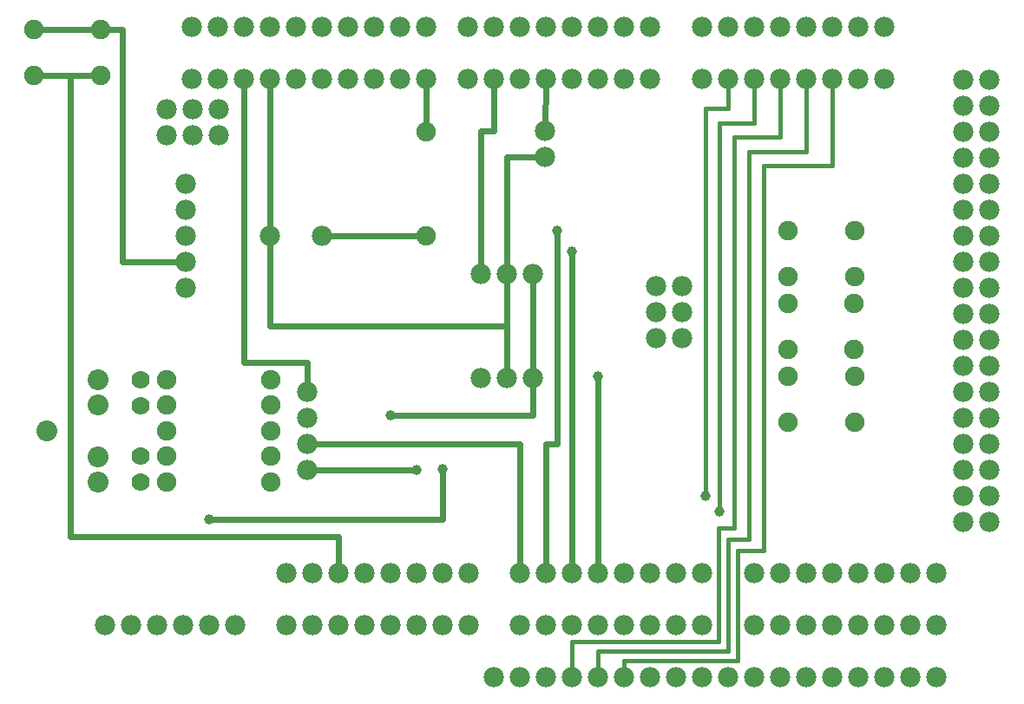
<source format=gbl>
G04 MADE WITH FRITZING*
G04 WWW.FRITZING.ORG*
G04 DOUBLE SIDED*
G04 HOLES PLATED*
G04 CONTOUR ON CENTER OF CONTOUR VECTOR*
%ASAXBY*%
%FSLAX23Y23*%
%MOIN*%
%OFA0B0*%
%SFA1.0B1.0*%
%ADD10C,0.078000*%
%ADD11C,0.080350*%
%ADD12C,0.070000*%
%ADD13C,0.075000*%
%ADD14C,0.039370*%
%ADD15C,0.024000*%
%ADD16C,0.016000*%
%ADD17R,0.001000X0.001000*%
%LNCOPPER0*%
G90*
G70*
G54D10*
X1803Y2601D03*
X1903Y2601D03*
X2003Y2601D03*
X2103Y2601D03*
X2203Y2601D03*
X2303Y2601D03*
X2403Y2601D03*
X2503Y2601D03*
X743Y2600D03*
X843Y2600D03*
X943Y2600D03*
X1043Y2600D03*
X1143Y2600D03*
X1243Y2600D03*
X1343Y2600D03*
X1443Y2600D03*
X1543Y2600D03*
X1643Y2600D03*
X1108Y301D03*
X1208Y301D03*
X1308Y301D03*
X1408Y301D03*
X1508Y301D03*
X1608Y301D03*
X1708Y301D03*
X1808Y301D03*
X2706Y2601D03*
X2806Y2601D03*
X2906Y2601D03*
X3006Y2601D03*
X3106Y2601D03*
X3206Y2601D03*
X3306Y2601D03*
X3406Y2601D03*
X2006Y300D03*
X2106Y300D03*
X2206Y300D03*
X2306Y300D03*
X2406Y300D03*
X2506Y300D03*
X2606Y300D03*
X2706Y300D03*
X2905Y300D03*
X3005Y300D03*
X3105Y300D03*
X3205Y300D03*
X3305Y300D03*
X3405Y300D03*
X3505Y300D03*
X3605Y300D03*
X743Y2400D03*
X843Y2400D03*
X943Y2400D03*
X1043Y2400D03*
X1143Y2400D03*
X1243Y2400D03*
X1343Y2400D03*
X1443Y2400D03*
X1543Y2400D03*
X1643Y2400D03*
X1803Y2401D03*
X1903Y2401D03*
X2003Y2401D03*
X2103Y2401D03*
X2203Y2401D03*
X2303Y2401D03*
X2403Y2401D03*
X2503Y2401D03*
X2905Y501D03*
X3005Y501D03*
X3105Y501D03*
X3205Y501D03*
X3305Y501D03*
X3405Y501D03*
X3505Y501D03*
X3605Y501D03*
X2006Y501D03*
X2106Y501D03*
X2206Y501D03*
X2306Y501D03*
X2406Y501D03*
X2506Y501D03*
X2606Y501D03*
X2706Y501D03*
X2706Y2401D03*
X2806Y2401D03*
X2906Y2401D03*
X3006Y2401D03*
X3106Y2401D03*
X3206Y2401D03*
X3306Y2401D03*
X3406Y2401D03*
X1108Y500D03*
X1208Y500D03*
X1308Y500D03*
X1408Y500D03*
X1508Y500D03*
X1608Y500D03*
X1708Y500D03*
X1808Y500D03*
X3708Y2398D03*
X3708Y2298D03*
X3708Y2198D03*
X3708Y2098D03*
X3708Y1998D03*
X3708Y1898D03*
X3708Y1798D03*
X3708Y1698D03*
X3708Y1598D03*
X3708Y1498D03*
X3708Y1398D03*
X3708Y1298D03*
X3708Y1198D03*
X3708Y1098D03*
X3708Y998D03*
X3708Y898D03*
X3708Y798D03*
X3708Y698D03*
X3708Y2398D03*
X3708Y2298D03*
X3708Y2198D03*
X3708Y2098D03*
X3708Y1998D03*
X3708Y1898D03*
X3708Y1798D03*
X3708Y1698D03*
X3708Y1598D03*
X3708Y1498D03*
X3708Y1398D03*
X3708Y1298D03*
X3708Y1198D03*
X3708Y1098D03*
X3708Y998D03*
X3708Y898D03*
X3708Y798D03*
X3708Y698D03*
X3808Y698D03*
X3808Y798D03*
X3808Y898D03*
X3808Y998D03*
X3808Y1098D03*
X3808Y1198D03*
X3808Y1298D03*
X3808Y1398D03*
X3808Y1498D03*
X3808Y1598D03*
X3808Y1698D03*
X3808Y1798D03*
X3808Y1898D03*
X3808Y1998D03*
X3808Y2098D03*
X3808Y2198D03*
X3808Y2298D03*
X3808Y2398D03*
X647Y2183D03*
X747Y2183D03*
X847Y2183D03*
X647Y2183D03*
X747Y2183D03*
X847Y2183D03*
X847Y2283D03*
X747Y2283D03*
X647Y2283D03*
G54D11*
X187Y1047D03*
X384Y1244D03*
X384Y1146D03*
X384Y949D03*
X384Y851D03*
G54D10*
X2528Y1605D03*
X2528Y1505D03*
X2528Y1405D03*
X2528Y1605D03*
X2528Y1505D03*
X2528Y1405D03*
X2628Y1405D03*
X2628Y1505D03*
X2628Y1605D03*
X720Y1996D03*
X720Y1896D03*
X720Y1796D03*
X720Y1696D03*
X720Y1596D03*
X1905Y101D03*
X2005Y101D03*
X2105Y101D03*
X2205Y101D03*
X2305Y101D03*
X2405Y101D03*
X2505Y101D03*
X2605Y101D03*
X2705Y101D03*
X2805Y101D03*
X2905Y101D03*
X3005Y101D03*
X3105Y101D03*
X3205Y101D03*
X3305Y101D03*
X3405Y101D03*
X3505Y101D03*
X3605Y101D03*
G54D12*
X547Y1244D03*
X547Y1144D03*
X547Y850D03*
X547Y950D03*
G54D13*
X648Y1243D03*
X1048Y1243D03*
X647Y1149D03*
X1047Y1149D03*
X647Y1049D03*
X1047Y1049D03*
X647Y951D03*
X1047Y951D03*
X647Y851D03*
X1047Y851D03*
G54D10*
X1188Y1198D03*
X1188Y1098D03*
X1188Y998D03*
X1188Y898D03*
G54D14*
X2717Y798D03*
X2772Y736D03*
G54D13*
X395Y2413D03*
X139Y2413D03*
X395Y2590D03*
X139Y2590D03*
G54D10*
X1044Y1796D03*
X1244Y1796D03*
G54D13*
X1645Y1796D03*
X1645Y2196D03*
G54D10*
X2102Y2100D03*
X2102Y2200D03*
X1855Y1250D03*
X1955Y1250D03*
X2055Y1250D03*
X1855Y1650D03*
X1955Y1650D03*
X2055Y1650D03*
G54D14*
X1507Y1108D03*
G54D10*
X410Y301D03*
X510Y301D03*
X610Y301D03*
X710Y301D03*
X810Y301D03*
X910Y301D03*
G54D14*
X810Y709D03*
X1707Y901D03*
X1608Y898D03*
G54D13*
X3290Y1081D03*
X3034Y1081D03*
X3290Y1259D03*
X3034Y1259D03*
X3290Y1641D03*
X3034Y1641D03*
X3290Y1818D03*
X3034Y1818D03*
X3289Y1361D03*
X3033Y1361D03*
X3289Y1538D03*
X3033Y1538D03*
G54D14*
X2206Y1737D03*
X2148Y1818D03*
X2306Y1259D03*
G54D15*
X1188Y1310D02*
X943Y1310D01*
D02*
X943Y1310D02*
X943Y2370D01*
D02*
X1188Y1228D02*
X1188Y1310D01*
D02*
X1589Y898D02*
X1218Y898D01*
G54D16*
D02*
X2806Y2376D02*
X2806Y2287D01*
D02*
X2906Y2376D02*
X2906Y2231D01*
D02*
X2205Y237D02*
X2205Y126D01*
D02*
X2769Y237D02*
X2205Y237D01*
D02*
X2769Y674D02*
X2769Y237D01*
D02*
X2829Y674D02*
X2769Y674D01*
D02*
X3006Y2376D02*
X3006Y2176D01*
D02*
X2305Y200D02*
X2305Y126D01*
D02*
X2805Y200D02*
X2305Y200D01*
D02*
X2805Y631D02*
X2805Y200D01*
D02*
X2885Y631D02*
X2805Y631D01*
D02*
X3106Y2376D02*
X3106Y2121D01*
D02*
X2405Y163D02*
X2405Y126D01*
D02*
X2841Y163D02*
X2405Y163D01*
D02*
X2841Y588D02*
X2841Y163D01*
D02*
X2940Y588D02*
X2841Y588D01*
D02*
X3206Y2376D02*
X3206Y2066D01*
G54D15*
D02*
X478Y1696D02*
X478Y2590D01*
D02*
X478Y2590D02*
X424Y2590D01*
D02*
X690Y1696D02*
X478Y1696D01*
D02*
X366Y2590D02*
X168Y2590D01*
D02*
X366Y2413D02*
X168Y2413D01*
D02*
X278Y642D02*
X1308Y642D01*
D02*
X278Y2413D02*
X278Y642D01*
D02*
X366Y2413D02*
X278Y2413D01*
D02*
X1308Y642D02*
X1308Y531D01*
D02*
X1044Y1826D02*
X1043Y2370D01*
D02*
X1643Y2370D02*
X1645Y2225D01*
D02*
X1275Y1796D02*
X1616Y1796D01*
D02*
X1903Y2200D02*
X1855Y2200D01*
D02*
X1855Y2200D02*
X1855Y1680D01*
D02*
X1903Y2370D02*
X1903Y2200D01*
D02*
X1955Y1280D02*
X1955Y1620D01*
D02*
X1044Y1450D02*
X1044Y1766D01*
D02*
X1955Y1450D02*
X1044Y1450D01*
D02*
X1955Y1620D02*
X1955Y1450D01*
D02*
X2055Y1280D02*
X2055Y1620D01*
D02*
X2055Y1108D02*
X2055Y1220D01*
D02*
X1526Y1108D02*
X2055Y1108D01*
D02*
X1955Y2100D02*
X1955Y1680D01*
D02*
X2072Y2100D02*
X1955Y2100D01*
D02*
X2103Y2370D02*
X2102Y2230D01*
D02*
X829Y709D02*
X1707Y709D01*
D02*
X1707Y709D02*
X1707Y882D01*
D02*
X1218Y998D02*
X2006Y998D01*
D02*
X2006Y998D02*
X2006Y531D01*
G54D16*
D02*
X2717Y2287D02*
X2717Y811D01*
D02*
X2772Y2231D02*
X2772Y749D01*
D02*
X2829Y2176D02*
X2829Y674D01*
D02*
X2885Y2121D02*
X2885Y631D01*
D02*
X2940Y2066D02*
X2940Y588D01*
D02*
X2806Y2287D02*
X2717Y2287D01*
D02*
X2906Y2231D02*
X2772Y2231D01*
D02*
X3006Y2176D02*
X2829Y2176D01*
D02*
X3106Y2121D02*
X2885Y2121D01*
D02*
X3206Y2066D02*
X2940Y2066D01*
G54D15*
D02*
X2148Y1799D02*
X2148Y998D01*
D02*
X2148Y998D02*
X2106Y998D01*
D02*
X2106Y998D02*
X2106Y531D01*
D02*
X2206Y531D02*
X2206Y1718D01*
D02*
X2306Y531D02*
X2306Y1240D01*
G54D17*
D02*
G04 End of Copper0*
M02*
</source>
